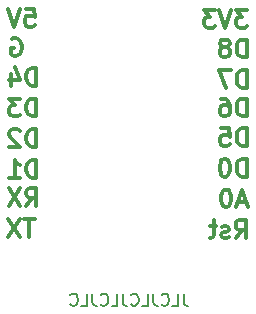
<source format=gbr>
%TF.GenerationSoftware,KiCad,Pcbnew,5.1.5*%
%TF.CreationDate,2020-11-01T11:17:01+00:00*%
%TF.ProjectId,board,626f6172-642e-46b6-9963-61645f706362,rev?*%
%TF.SameCoordinates,Original*%
%TF.FileFunction,Legend,Bot*%
%TF.FilePolarity,Positive*%
%FSLAX46Y46*%
G04 Gerber Fmt 4.6, Leading zero omitted, Abs format (unit mm)*
G04 Created by KiCad (PCBNEW 5.1.5) date 2020-11-01 11:17:01*
%MOMM*%
%LPD*%
G04 APERTURE LIST*
%ADD10C,0.150000*%
%ADD11C,0.300000*%
G04 APERTURE END LIST*
D10*
X143557047Y-117308380D02*
X143557047Y-118022666D01*
X143604666Y-118165523D01*
X143699904Y-118260761D01*
X143842761Y-118308380D01*
X143938000Y-118308380D01*
X142604666Y-118308380D02*
X143080857Y-118308380D01*
X143080857Y-117308380D01*
X141699904Y-118213142D02*
X141747523Y-118260761D01*
X141890380Y-118308380D01*
X141985619Y-118308380D01*
X142128476Y-118260761D01*
X142223714Y-118165523D01*
X142271333Y-118070285D01*
X142318952Y-117879809D01*
X142318952Y-117736952D01*
X142271333Y-117546476D01*
X142223714Y-117451238D01*
X142128476Y-117356000D01*
X141985619Y-117308380D01*
X141890380Y-117308380D01*
X141747523Y-117356000D01*
X141699904Y-117403619D01*
X140985619Y-117308380D02*
X140985619Y-118022666D01*
X141033238Y-118165523D01*
X141128476Y-118260761D01*
X141271333Y-118308380D01*
X141366571Y-118308380D01*
X140033238Y-118308380D02*
X140509428Y-118308380D01*
X140509428Y-117308380D01*
X139128476Y-118213142D02*
X139176095Y-118260761D01*
X139318952Y-118308380D01*
X139414190Y-118308380D01*
X139557047Y-118260761D01*
X139652285Y-118165523D01*
X139699904Y-118070285D01*
X139747523Y-117879809D01*
X139747523Y-117736952D01*
X139699904Y-117546476D01*
X139652285Y-117451238D01*
X139557047Y-117356000D01*
X139414190Y-117308380D01*
X139318952Y-117308380D01*
X139176095Y-117356000D01*
X139128476Y-117403619D01*
X138414190Y-117308380D02*
X138414190Y-118022666D01*
X138461809Y-118165523D01*
X138557047Y-118260761D01*
X138699904Y-118308380D01*
X138795142Y-118308380D01*
X137461809Y-118308380D02*
X137938000Y-118308380D01*
X137938000Y-117308380D01*
X136557047Y-118213142D02*
X136604666Y-118260761D01*
X136747523Y-118308380D01*
X136842761Y-118308380D01*
X136985619Y-118260761D01*
X137080857Y-118165523D01*
X137128476Y-118070285D01*
X137176095Y-117879809D01*
X137176095Y-117736952D01*
X137128476Y-117546476D01*
X137080857Y-117451238D01*
X136985619Y-117356000D01*
X136842761Y-117308380D01*
X136747523Y-117308380D01*
X136604666Y-117356000D01*
X136557047Y-117403619D01*
X135842761Y-117308380D02*
X135842761Y-118022666D01*
X135890380Y-118165523D01*
X135985619Y-118260761D01*
X136128476Y-118308380D01*
X136223714Y-118308380D01*
X134890380Y-118308380D02*
X135366571Y-118308380D01*
X135366571Y-117308380D01*
X133985619Y-118213142D02*
X134033238Y-118260761D01*
X134176095Y-118308380D01*
X134271333Y-118308380D01*
X134414190Y-118260761D01*
X134509428Y-118165523D01*
X134557047Y-118070285D01*
X134604666Y-117879809D01*
X134604666Y-117736952D01*
X134557047Y-117546476D01*
X134509428Y-117451238D01*
X134414190Y-117356000D01*
X134271333Y-117308380D01*
X134176095Y-117308380D01*
X134033238Y-117356000D01*
X133985619Y-117403619D01*
D11*
X147971428Y-112578571D02*
X148471428Y-111864285D01*
X148828571Y-112578571D02*
X148828571Y-111078571D01*
X148257142Y-111078571D01*
X148114285Y-111150000D01*
X148042857Y-111221428D01*
X147971428Y-111364285D01*
X147971428Y-111578571D01*
X148042857Y-111721428D01*
X148114285Y-111792857D01*
X148257142Y-111864285D01*
X148828571Y-111864285D01*
X147400000Y-112507142D02*
X147257142Y-112578571D01*
X146971428Y-112578571D01*
X146828571Y-112507142D01*
X146757142Y-112364285D01*
X146757142Y-112292857D01*
X146828571Y-112150000D01*
X146971428Y-112078571D01*
X147185714Y-112078571D01*
X147328571Y-112007142D01*
X147400000Y-111864285D01*
X147400000Y-111792857D01*
X147328571Y-111650000D01*
X147185714Y-111578571D01*
X146971428Y-111578571D01*
X146828571Y-111650000D01*
X146328571Y-111578571D02*
X145757142Y-111578571D01*
X146114285Y-111078571D02*
X146114285Y-112364285D01*
X146042857Y-112507142D01*
X145900000Y-112578571D01*
X145757142Y-112578571D01*
X148871428Y-109550000D02*
X148157142Y-109550000D01*
X149014285Y-109978571D02*
X148514285Y-108478571D01*
X148014285Y-109978571D01*
X147228571Y-108478571D02*
X147085714Y-108478571D01*
X146942857Y-108550000D01*
X146871428Y-108621428D01*
X146800000Y-108764285D01*
X146728571Y-109050000D01*
X146728571Y-109407142D01*
X146800000Y-109692857D01*
X146871428Y-109835714D01*
X146942857Y-109907142D01*
X147085714Y-109978571D01*
X147228571Y-109978571D01*
X147371428Y-109907142D01*
X147442857Y-109835714D01*
X147514285Y-109692857D01*
X147585714Y-109407142D01*
X147585714Y-109050000D01*
X147514285Y-108764285D01*
X147442857Y-108621428D01*
X147371428Y-108550000D01*
X147228571Y-108478571D01*
X148907142Y-107378571D02*
X148907142Y-105878571D01*
X148550000Y-105878571D01*
X148335714Y-105950000D01*
X148192857Y-106092857D01*
X148121428Y-106235714D01*
X148050000Y-106521428D01*
X148050000Y-106735714D01*
X148121428Y-107021428D01*
X148192857Y-107164285D01*
X148335714Y-107307142D01*
X148550000Y-107378571D01*
X148907142Y-107378571D01*
X147121428Y-105878571D02*
X146978571Y-105878571D01*
X146835714Y-105950000D01*
X146764285Y-106021428D01*
X146692857Y-106164285D01*
X146621428Y-106450000D01*
X146621428Y-106807142D01*
X146692857Y-107092857D01*
X146764285Y-107235714D01*
X146835714Y-107307142D01*
X146978571Y-107378571D01*
X147121428Y-107378571D01*
X147264285Y-107307142D01*
X147335714Y-107235714D01*
X147407142Y-107092857D01*
X147478571Y-106807142D01*
X147478571Y-106450000D01*
X147407142Y-106164285D01*
X147335714Y-106021428D01*
X147264285Y-105950000D01*
X147121428Y-105878571D01*
X148907142Y-104778571D02*
X148907142Y-103278571D01*
X148550000Y-103278571D01*
X148335714Y-103350000D01*
X148192857Y-103492857D01*
X148121428Y-103635714D01*
X148050000Y-103921428D01*
X148050000Y-104135714D01*
X148121428Y-104421428D01*
X148192857Y-104564285D01*
X148335714Y-104707142D01*
X148550000Y-104778571D01*
X148907142Y-104778571D01*
X146692857Y-103278571D02*
X147407142Y-103278571D01*
X147478571Y-103992857D01*
X147407142Y-103921428D01*
X147264285Y-103850000D01*
X146907142Y-103850000D01*
X146764285Y-103921428D01*
X146692857Y-103992857D01*
X146621428Y-104135714D01*
X146621428Y-104492857D01*
X146692857Y-104635714D01*
X146764285Y-104707142D01*
X146907142Y-104778571D01*
X147264285Y-104778571D01*
X147407142Y-104707142D01*
X147478571Y-104635714D01*
X148907142Y-102278571D02*
X148907142Y-100778571D01*
X148550000Y-100778571D01*
X148335714Y-100850000D01*
X148192857Y-100992857D01*
X148121428Y-101135714D01*
X148050000Y-101421428D01*
X148050000Y-101635714D01*
X148121428Y-101921428D01*
X148192857Y-102064285D01*
X148335714Y-102207142D01*
X148550000Y-102278571D01*
X148907142Y-102278571D01*
X146764285Y-100778571D02*
X147050000Y-100778571D01*
X147192857Y-100850000D01*
X147264285Y-100921428D01*
X147407142Y-101135714D01*
X147478571Y-101421428D01*
X147478571Y-101992857D01*
X147407142Y-102135714D01*
X147335714Y-102207142D01*
X147192857Y-102278571D01*
X146907142Y-102278571D01*
X146764285Y-102207142D01*
X146692857Y-102135714D01*
X146621428Y-101992857D01*
X146621428Y-101635714D01*
X146692857Y-101492857D01*
X146764285Y-101421428D01*
X146907142Y-101350000D01*
X147192857Y-101350000D01*
X147335714Y-101421428D01*
X147407142Y-101492857D01*
X147478571Y-101635714D01*
X148907142Y-99878571D02*
X148907142Y-98378571D01*
X148550000Y-98378571D01*
X148335714Y-98450000D01*
X148192857Y-98592857D01*
X148121428Y-98735714D01*
X148050000Y-99021428D01*
X148050000Y-99235714D01*
X148121428Y-99521428D01*
X148192857Y-99664285D01*
X148335714Y-99807142D01*
X148550000Y-99878571D01*
X148907142Y-99878571D01*
X147550000Y-98378571D02*
X146550000Y-98378571D01*
X147192857Y-99878571D01*
X148907142Y-97278571D02*
X148907142Y-95778571D01*
X148550000Y-95778571D01*
X148335714Y-95850000D01*
X148192857Y-95992857D01*
X148121428Y-96135714D01*
X148050000Y-96421428D01*
X148050000Y-96635714D01*
X148121428Y-96921428D01*
X148192857Y-97064285D01*
X148335714Y-97207142D01*
X148550000Y-97278571D01*
X148907142Y-97278571D01*
X147192857Y-96421428D02*
X147335714Y-96350000D01*
X147407142Y-96278571D01*
X147478571Y-96135714D01*
X147478571Y-96064285D01*
X147407142Y-95921428D01*
X147335714Y-95850000D01*
X147192857Y-95778571D01*
X146907142Y-95778571D01*
X146764285Y-95850000D01*
X146692857Y-95921428D01*
X146621428Y-96064285D01*
X146621428Y-96135714D01*
X146692857Y-96278571D01*
X146764285Y-96350000D01*
X146907142Y-96421428D01*
X147192857Y-96421428D01*
X147335714Y-96492857D01*
X147407142Y-96564285D01*
X147478571Y-96707142D01*
X147478571Y-96992857D01*
X147407142Y-97135714D01*
X147335714Y-97207142D01*
X147192857Y-97278571D01*
X146907142Y-97278571D01*
X146764285Y-97207142D01*
X146692857Y-97135714D01*
X146621428Y-96992857D01*
X146621428Y-96707142D01*
X146692857Y-96564285D01*
X146764285Y-96492857D01*
X146907142Y-96421428D01*
X148957142Y-93278571D02*
X148028571Y-93278571D01*
X148528571Y-93850000D01*
X148314285Y-93850000D01*
X148171428Y-93921428D01*
X148100000Y-93992857D01*
X148028571Y-94135714D01*
X148028571Y-94492857D01*
X148100000Y-94635714D01*
X148171428Y-94707142D01*
X148314285Y-94778571D01*
X148742857Y-94778571D01*
X148885714Y-94707142D01*
X148957142Y-94635714D01*
X147600000Y-93278571D02*
X147100000Y-94778571D01*
X146600000Y-93278571D01*
X146242857Y-93278571D02*
X145314285Y-93278571D01*
X145814285Y-93850000D01*
X145600000Y-93850000D01*
X145457142Y-93921428D01*
X145385714Y-93992857D01*
X145314285Y-94135714D01*
X145314285Y-94492857D01*
X145385714Y-94635714D01*
X145457142Y-94707142D01*
X145600000Y-94778571D01*
X146028571Y-94778571D01*
X146171428Y-94707142D01*
X146242857Y-94635714D01*
X130942857Y-110978571D02*
X130085714Y-110978571D01*
X130514285Y-112478571D02*
X130514285Y-110978571D01*
X129728571Y-110978571D02*
X128728571Y-112478571D01*
X128728571Y-110978571D02*
X129728571Y-112478571D01*
X130250000Y-109878571D02*
X130750000Y-109164285D01*
X131107142Y-109878571D02*
X131107142Y-108378571D01*
X130535714Y-108378571D01*
X130392857Y-108450000D01*
X130321428Y-108521428D01*
X130250000Y-108664285D01*
X130250000Y-108878571D01*
X130321428Y-109021428D01*
X130392857Y-109092857D01*
X130535714Y-109164285D01*
X131107142Y-109164285D01*
X129750000Y-108378571D02*
X128750000Y-109878571D01*
X128750000Y-108378571D02*
X129750000Y-109878571D01*
X131107142Y-107478571D02*
X131107142Y-105978571D01*
X130750000Y-105978571D01*
X130535714Y-106050000D01*
X130392857Y-106192857D01*
X130321428Y-106335714D01*
X130250000Y-106621428D01*
X130250000Y-106835714D01*
X130321428Y-107121428D01*
X130392857Y-107264285D01*
X130535714Y-107407142D01*
X130750000Y-107478571D01*
X131107142Y-107478571D01*
X128821428Y-107478571D02*
X129678571Y-107478571D01*
X129250000Y-107478571D02*
X129250000Y-105978571D01*
X129392857Y-106192857D01*
X129535714Y-106335714D01*
X129678571Y-106407142D01*
X131107142Y-104878571D02*
X131107142Y-103378571D01*
X130750000Y-103378571D01*
X130535714Y-103450000D01*
X130392857Y-103592857D01*
X130321428Y-103735714D01*
X130250000Y-104021428D01*
X130250000Y-104235714D01*
X130321428Y-104521428D01*
X130392857Y-104664285D01*
X130535714Y-104807142D01*
X130750000Y-104878571D01*
X131107142Y-104878571D01*
X129678571Y-103521428D02*
X129607142Y-103450000D01*
X129464285Y-103378571D01*
X129107142Y-103378571D01*
X128964285Y-103450000D01*
X128892857Y-103521428D01*
X128821428Y-103664285D01*
X128821428Y-103807142D01*
X128892857Y-104021428D01*
X129750000Y-104878571D01*
X128821428Y-104878571D01*
X131107142Y-102278571D02*
X131107142Y-100778571D01*
X130750000Y-100778571D01*
X130535714Y-100850000D01*
X130392857Y-100992857D01*
X130321428Y-101135714D01*
X130250000Y-101421428D01*
X130250000Y-101635714D01*
X130321428Y-101921428D01*
X130392857Y-102064285D01*
X130535714Y-102207142D01*
X130750000Y-102278571D01*
X131107142Y-102278571D01*
X129750000Y-100778571D02*
X128821428Y-100778571D01*
X129321428Y-101350000D01*
X129107142Y-101350000D01*
X128964285Y-101421428D01*
X128892857Y-101492857D01*
X128821428Y-101635714D01*
X128821428Y-101992857D01*
X128892857Y-102135714D01*
X128964285Y-102207142D01*
X129107142Y-102278571D01*
X129535714Y-102278571D01*
X129678571Y-102207142D01*
X129750000Y-102135714D01*
X131107142Y-99678571D02*
X131107142Y-98178571D01*
X130750000Y-98178571D01*
X130535714Y-98250000D01*
X130392857Y-98392857D01*
X130321428Y-98535714D01*
X130250000Y-98821428D01*
X130250000Y-99035714D01*
X130321428Y-99321428D01*
X130392857Y-99464285D01*
X130535714Y-99607142D01*
X130750000Y-99678571D01*
X131107142Y-99678571D01*
X128964285Y-98678571D02*
X128964285Y-99678571D01*
X129321428Y-98107142D02*
X129678571Y-99178571D01*
X128750000Y-99178571D01*
X129007142Y-95750000D02*
X129150000Y-95678571D01*
X129364285Y-95678571D01*
X129578571Y-95750000D01*
X129721428Y-95892857D01*
X129792857Y-96035714D01*
X129864285Y-96321428D01*
X129864285Y-96535714D01*
X129792857Y-96821428D01*
X129721428Y-96964285D01*
X129578571Y-97107142D01*
X129364285Y-97178571D01*
X129221428Y-97178571D01*
X129007142Y-97107142D01*
X128935714Y-97035714D01*
X128935714Y-96535714D01*
X129221428Y-96535714D01*
X130185714Y-93178571D02*
X130900000Y-93178571D01*
X130971428Y-93892857D01*
X130900000Y-93821428D01*
X130757142Y-93750000D01*
X130400000Y-93750000D01*
X130257142Y-93821428D01*
X130185714Y-93892857D01*
X130114285Y-94035714D01*
X130114285Y-94392857D01*
X130185714Y-94535714D01*
X130257142Y-94607142D01*
X130400000Y-94678571D01*
X130757142Y-94678571D01*
X130900000Y-94607142D01*
X130971428Y-94535714D01*
X129685714Y-93178571D02*
X129185714Y-94678571D01*
X128685714Y-93178571D01*
M02*

</source>
